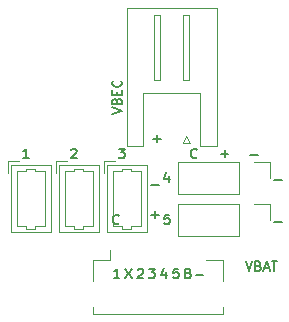
<source format=gbr>
%TF.GenerationSoftware,KiCad,Pcbnew,(5.1.9)-1*%
%TF.CreationDate,2021-10-08T16:07:11+01:00*%
%TF.ProjectId,5-servos-jst,352d7365-7276-46f7-932d-6a73742e6b69,rev?*%
%TF.SameCoordinates,Original*%
%TF.FileFunction,Legend,Top*%
%TF.FilePolarity,Positive*%
%FSLAX46Y46*%
G04 Gerber Fmt 4.6, Leading zero omitted, Abs format (unit mm)*
G04 Created by KiCad (PCBNEW (5.1.9)-1) date 2021-10-08 16:07:11*
%MOMM*%
%LPD*%
G01*
G04 APERTURE LIST*
%ADD10C,0.153000*%
%ADD11C,0.120000*%
G04 APERTURE END LIST*
D10*
X166566904Y-146716571D02*
X167366904Y-146449904D01*
X166566904Y-146183238D01*
X166947857Y-145649904D02*
X166985952Y-145535619D01*
X167024047Y-145497523D01*
X167100238Y-145459428D01*
X167214523Y-145459428D01*
X167290714Y-145497523D01*
X167328809Y-145535619D01*
X167366904Y-145611809D01*
X167366904Y-145916571D01*
X166566904Y-145916571D01*
X166566904Y-145649904D01*
X166605000Y-145573714D01*
X166643095Y-145535619D01*
X166719285Y-145497523D01*
X166795476Y-145497523D01*
X166871666Y-145535619D01*
X166909761Y-145573714D01*
X166947857Y-145649904D01*
X166947857Y-145916571D01*
X166947857Y-145116571D02*
X166947857Y-144849904D01*
X167366904Y-144735619D02*
X167366904Y-145116571D01*
X166566904Y-145116571D01*
X166566904Y-144735619D01*
X167290714Y-143935619D02*
X167328809Y-143973714D01*
X167366904Y-144088000D01*
X167366904Y-144164190D01*
X167328809Y-144278476D01*
X167252619Y-144354666D01*
X167176428Y-144392761D01*
X167024047Y-144430857D01*
X166909761Y-144430857D01*
X166757380Y-144392761D01*
X166681190Y-144354666D01*
X166605000Y-144278476D01*
X166566904Y-144164190D01*
X166566904Y-144088000D01*
X166605000Y-143973714D01*
X166643095Y-143935619D01*
X177882714Y-159200904D02*
X178149380Y-160000904D01*
X178416047Y-159200904D01*
X178949380Y-159581857D02*
X179063666Y-159619952D01*
X179101761Y-159658047D01*
X179139857Y-159734238D01*
X179139857Y-159848523D01*
X179101761Y-159924714D01*
X179063666Y-159962809D01*
X178987476Y-160000904D01*
X178682714Y-160000904D01*
X178682714Y-159200904D01*
X178949380Y-159200904D01*
X179025571Y-159239000D01*
X179063666Y-159277095D01*
X179101761Y-159353285D01*
X179101761Y-159429476D01*
X179063666Y-159505666D01*
X179025571Y-159543761D01*
X178949380Y-159581857D01*
X178682714Y-159581857D01*
X179444619Y-159772333D02*
X179825571Y-159772333D01*
X179368428Y-160000904D02*
X179635095Y-159200904D01*
X179901761Y-160000904D01*
X180054142Y-159200904D02*
X180511285Y-159200904D01*
X180282714Y-160000904D02*
X180282714Y-159200904D01*
X173659838Y-160331142D02*
X174269361Y-160331142D01*
X173016626Y-160216857D02*
X173130912Y-160254952D01*
X173169007Y-160293047D01*
X173207103Y-160369238D01*
X173207103Y-160483523D01*
X173169007Y-160559714D01*
X173130912Y-160597809D01*
X173054722Y-160635904D01*
X172749960Y-160635904D01*
X172749960Y-159835904D01*
X173016626Y-159835904D01*
X173092817Y-159874000D01*
X173130912Y-159912095D01*
X173169007Y-159988285D01*
X173169007Y-160064476D01*
X173130912Y-160140666D01*
X173092817Y-160178761D01*
X173016626Y-160216857D01*
X172749960Y-160216857D01*
X167667247Y-159835904D02*
X168200580Y-160635904D01*
X168200580Y-159835904D02*
X167667247Y-160635904D01*
X172144846Y-159835904D02*
X171763893Y-159835904D01*
X171725798Y-160216857D01*
X171763893Y-160178761D01*
X171840084Y-160140666D01*
X172030560Y-160140666D01*
X172106750Y-160178761D01*
X172144846Y-160216857D01*
X172182941Y-160293047D01*
X172182941Y-160483523D01*
X172144846Y-160559714D01*
X172106750Y-160597809D01*
X172030560Y-160635904D01*
X171840084Y-160635904D01*
X171763893Y-160597809D01*
X171725798Y-160559714D01*
X171101636Y-160102571D02*
X171101636Y-160635904D01*
X170911160Y-159797809D02*
X170720684Y-160369238D01*
X171215922Y-160369238D01*
X168710456Y-159912095D02*
X168748551Y-159874000D01*
X168824742Y-159835904D01*
X169015218Y-159835904D01*
X169091408Y-159874000D01*
X169129504Y-159912095D01*
X169167599Y-159988285D01*
X169167599Y-160064476D01*
X169129504Y-160178761D01*
X168672361Y-160635904D01*
X169167599Y-160635904D01*
X167157371Y-160635904D02*
X166700228Y-160635904D01*
X166928800Y-160635904D02*
X166928800Y-159835904D01*
X166852609Y-159950190D01*
X166776419Y-160026380D01*
X166700228Y-160064476D01*
X169677475Y-159835904D02*
X170172713Y-159835904D01*
X169906046Y-160140666D01*
X170020332Y-160140666D01*
X170096522Y-160178761D01*
X170134618Y-160216857D01*
X170172713Y-160293047D01*
X170172713Y-160483523D01*
X170134618Y-160559714D01*
X170096522Y-160597809D01*
X170020332Y-160635904D01*
X169791761Y-160635904D01*
X169715570Y-160597809D01*
X169677475Y-160559714D01*
X167119333Y-149675904D02*
X167614571Y-149675904D01*
X167347904Y-149980666D01*
X167462190Y-149980666D01*
X167538380Y-150018761D01*
X167576476Y-150056857D01*
X167614571Y-150133047D01*
X167614571Y-150323523D01*
X167576476Y-150399714D01*
X167538380Y-150437809D01*
X167462190Y-150475904D01*
X167233619Y-150475904D01*
X167157428Y-150437809D01*
X167119333Y-150399714D01*
X163093428Y-149752095D02*
X163131523Y-149714000D01*
X163207714Y-149675904D01*
X163398190Y-149675904D01*
X163474380Y-149714000D01*
X163512476Y-149752095D01*
X163550571Y-149828285D01*
X163550571Y-149904476D01*
X163512476Y-150018761D01*
X163055333Y-150475904D01*
X163550571Y-150475904D01*
X159486571Y-150475904D02*
X159029428Y-150475904D01*
X159258000Y-150475904D02*
X159258000Y-149675904D01*
X159181809Y-149790190D01*
X159105619Y-149866380D01*
X159029428Y-149904476D01*
X173729619Y-150399714D02*
X173691523Y-150437809D01*
X173577238Y-150475904D01*
X173501047Y-150475904D01*
X173386761Y-150437809D01*
X173310571Y-150361619D01*
X173272476Y-150285428D01*
X173234380Y-150133047D01*
X173234380Y-150018761D01*
X173272476Y-149866380D01*
X173310571Y-149790190D01*
X173386761Y-149714000D01*
X173501047Y-149675904D01*
X173577238Y-149675904D01*
X173691523Y-149714000D01*
X173729619Y-149752095D01*
X171348380Y-151974571D02*
X171348380Y-152507904D01*
X171157904Y-151669809D02*
X170967428Y-152241238D01*
X171462666Y-152241238D01*
X171386476Y-155263904D02*
X171005523Y-155263904D01*
X170967428Y-155644857D01*
X171005523Y-155606761D01*
X171081714Y-155568666D01*
X171272190Y-155568666D01*
X171348380Y-155606761D01*
X171386476Y-155644857D01*
X171424571Y-155721047D01*
X171424571Y-155911523D01*
X171386476Y-155987714D01*
X171348380Y-156025809D01*
X171272190Y-156063904D01*
X171081714Y-156063904D01*
X171005523Y-156025809D01*
X170967428Y-155987714D01*
X167125619Y-155987714D02*
X167087523Y-156025809D01*
X166973238Y-156063904D01*
X166897047Y-156063904D01*
X166782761Y-156025809D01*
X166706571Y-155949619D01*
X166668476Y-155873428D01*
X166630380Y-155721047D01*
X166630380Y-155606761D01*
X166668476Y-155454380D01*
X166706571Y-155378190D01*
X166782761Y-155302000D01*
X166897047Y-155263904D01*
X166973238Y-155263904D01*
X167087523Y-155302000D01*
X167125619Y-155340095D01*
X180289238Y-155886142D02*
X180898761Y-155886142D01*
X180289238Y-152330142D02*
X180898761Y-152330142D01*
X178257238Y-150171142D02*
X178866761Y-150171142D01*
X176079142Y-150418761D02*
X176079142Y-149809238D01*
X176383904Y-150114000D02*
X175774380Y-150114000D01*
X169875238Y-152711142D02*
X170484761Y-152711142D01*
X169875238Y-155251142D02*
X170484761Y-155251142D01*
X170180000Y-155555904D02*
X170180000Y-154946380D01*
X170364142Y-149148761D02*
X170364142Y-148539238D01*
X170668904Y-148844000D02*
X170059380Y-148844000D01*
D11*
%TO.C,J10*%
X161418000Y-151044000D02*
X157998000Y-151044000D01*
X157998000Y-151044000D02*
X157998000Y-156764000D01*
X157998000Y-156764000D02*
X161418000Y-156764000D01*
X161418000Y-156764000D02*
X161418000Y-151044000D01*
X158508000Y-153904000D02*
X158508000Y-151554000D01*
X158508000Y-151554000D02*
X159258000Y-151554000D01*
X159258000Y-151554000D02*
X159258000Y-151354000D01*
X159258000Y-151354000D02*
X160058000Y-151354000D01*
X160058000Y-151354000D02*
X160058000Y-151554000D01*
X160058000Y-151554000D02*
X160908000Y-151554000D01*
X160908000Y-151554000D02*
X160908000Y-153904000D01*
X158508000Y-153904000D02*
X158508000Y-156254000D01*
X158508000Y-156254000D02*
X159258000Y-156254000D01*
X159258000Y-156254000D02*
X159258000Y-156454000D01*
X159258000Y-156454000D02*
X160058000Y-156454000D01*
X160058000Y-156454000D02*
X160058000Y-156254000D01*
X160058000Y-156254000D02*
X160908000Y-156254000D01*
X160908000Y-156254000D02*
X160908000Y-153904000D01*
X157708000Y-150754000D02*
X158708000Y-150754000D01*
X157708000Y-150754000D02*
X157708000Y-151754000D01*
%TO.C,J5*%
X165482000Y-151044000D02*
X162062000Y-151044000D01*
X162062000Y-151044000D02*
X162062000Y-156764000D01*
X162062000Y-156764000D02*
X165482000Y-156764000D01*
X165482000Y-156764000D02*
X165482000Y-151044000D01*
X162572000Y-153904000D02*
X162572000Y-151554000D01*
X162572000Y-151554000D02*
X163322000Y-151554000D01*
X163322000Y-151554000D02*
X163322000Y-151354000D01*
X163322000Y-151354000D02*
X164122000Y-151354000D01*
X164122000Y-151354000D02*
X164122000Y-151554000D01*
X164122000Y-151554000D02*
X164972000Y-151554000D01*
X164972000Y-151554000D02*
X164972000Y-153904000D01*
X162572000Y-153904000D02*
X162572000Y-156254000D01*
X162572000Y-156254000D02*
X163322000Y-156254000D01*
X163322000Y-156254000D02*
X163322000Y-156454000D01*
X163322000Y-156454000D02*
X164122000Y-156454000D01*
X164122000Y-156454000D02*
X164122000Y-156254000D01*
X164122000Y-156254000D02*
X164972000Y-156254000D01*
X164972000Y-156254000D02*
X164972000Y-153904000D01*
X161772000Y-150754000D02*
X162772000Y-150754000D01*
X161772000Y-150754000D02*
X161772000Y-151754000D01*
%TO.C,J3*%
X172152000Y-150816000D02*
X172152000Y-153476000D01*
X177292000Y-150816000D02*
X172152000Y-150816000D01*
X177292000Y-153476000D02*
X172152000Y-153476000D01*
X177292000Y-150816000D02*
X177292000Y-153476000D01*
X178562000Y-150816000D02*
X179892000Y-150816000D01*
X179892000Y-150816000D02*
X179892000Y-152146000D01*
%TO.C,J2*%
X172152000Y-154372000D02*
X172152000Y-157032000D01*
X177292000Y-154372000D02*
X172152000Y-154372000D01*
X177292000Y-157032000D02*
X172152000Y-157032000D01*
X177292000Y-154372000D02*
X177292000Y-157032000D01*
X178562000Y-154372000D02*
X179892000Y-154372000D01*
X179892000Y-154372000D02*
X179892000Y-155702000D01*
%TO.C,J4*%
X169546000Y-151044000D02*
X166126000Y-151044000D01*
X166126000Y-151044000D02*
X166126000Y-156764000D01*
X166126000Y-156764000D02*
X169546000Y-156764000D01*
X169546000Y-156764000D02*
X169546000Y-151044000D01*
X166636000Y-153904000D02*
X166636000Y-151554000D01*
X166636000Y-151554000D02*
X167386000Y-151554000D01*
X167386000Y-151554000D02*
X167386000Y-151354000D01*
X167386000Y-151354000D02*
X168186000Y-151354000D01*
X168186000Y-151354000D02*
X168186000Y-151554000D01*
X168186000Y-151554000D02*
X169036000Y-151554000D01*
X169036000Y-151554000D02*
X169036000Y-153904000D01*
X166636000Y-153904000D02*
X166636000Y-156254000D01*
X166636000Y-156254000D02*
X167386000Y-156254000D01*
X167386000Y-156254000D02*
X167386000Y-156454000D01*
X167386000Y-156454000D02*
X168186000Y-156454000D01*
X168186000Y-156454000D02*
X168186000Y-156254000D01*
X168186000Y-156254000D02*
X169036000Y-156254000D01*
X169036000Y-156254000D02*
X169036000Y-153904000D01*
X165836000Y-150754000D02*
X166836000Y-150754000D01*
X165836000Y-150754000D02*
X165836000Y-151754000D01*
%TO.C,J1*%
X164924000Y-160868000D02*
X164924000Y-159118000D01*
X164924000Y-159118000D02*
X166374000Y-159118000D01*
X166374000Y-159118000D02*
X166374000Y-158228000D01*
X175944000Y-160868000D02*
X175944000Y-159118000D01*
X175944000Y-159118000D02*
X174494000Y-159118000D01*
X164924000Y-163088000D02*
X164924000Y-163638000D01*
X164924000Y-163638000D02*
X175944000Y-163638000D01*
X175944000Y-163638000D02*
X175944000Y-163088000D01*
%TO.C,J6*%
X172547000Y-149166000D02*
X172847000Y-148566000D01*
X173147000Y-149166000D02*
X172547000Y-149166000D01*
X172847000Y-148566000D02*
X173147000Y-149166000D01*
X170097000Y-143866000D02*
X170597000Y-143866000D01*
X170097000Y-138366000D02*
X170097000Y-143866000D01*
X170597000Y-138366000D02*
X170097000Y-138366000D01*
X170597000Y-143866000D02*
X170597000Y-138366000D01*
X172597000Y-143866000D02*
X173097000Y-143866000D01*
X172597000Y-138366000D02*
X172597000Y-143866000D01*
X173097000Y-138366000D02*
X172597000Y-138366000D01*
X173097000Y-143866000D02*
X173097000Y-138366000D01*
X169207000Y-144976000D02*
X171597000Y-144976000D01*
X169207000Y-149476000D02*
X169207000Y-144976000D01*
X167787000Y-149476000D02*
X169207000Y-149476000D01*
X167787000Y-137756000D02*
X167787000Y-149476000D01*
X171597000Y-137756000D02*
X167787000Y-137756000D01*
X173987000Y-144976000D02*
X171597000Y-144976000D01*
X173987000Y-149476000D02*
X173987000Y-144976000D01*
X175407000Y-149476000D02*
X173987000Y-149476000D01*
X175407000Y-137756000D02*
X175407000Y-149476000D01*
X171597000Y-137756000D02*
X175407000Y-137756000D01*
%TD*%
M02*

</source>
